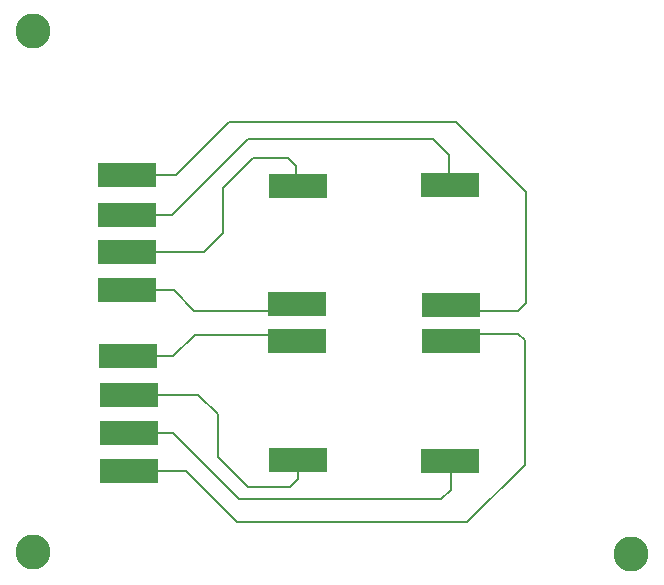
<source format=gtl>
G04 EAGLE Gerber RS-274X export*
G75*
%MOMM*%
%FSLAX34Y34*%
%LPD*%
%INTop Copper*%
%IPPOS*%
%AMOC8*
5,1,8,0,0,1.08239X$1,22.5*%
G01*
%ADD10C,2.959681*%
%ADD11R,5.000000X2.000000*%
%ADD12C,0.152400*%


D10*
X138176Y614832D03*
X643927Y172439D03*
X138106Y173811D03*
D11*
X362432Y251715D03*
X218425Y339421D03*
X491082Y251235D03*
X491516Y352477D03*
X217175Y395493D03*
X361901Y483915D03*
X217779Y492569D03*
X217558Y459274D03*
X361792Y352283D03*
X218753Y274682D03*
X219081Y242077D03*
X361497Y383332D03*
X217509Y427623D03*
X491402Y383051D03*
X490961Y484118D03*
X219044Y307011D03*
D12*
X355683Y228618D02*
X362480Y235416D01*
X355683Y228618D02*
X319936Y228618D01*
X294183Y254371D02*
X294183Y290515D01*
X294183Y254371D02*
X319936Y228618D01*
X294183Y290515D02*
X277687Y307011D01*
X219044Y307011D01*
X362480Y251666D02*
X362480Y235416D01*
X362480Y251666D02*
X362432Y251715D01*
X256389Y339421D02*
X218425Y339421D01*
X256389Y339421D02*
X274624Y357656D01*
X356419Y357656D01*
X361792Y352283D01*
X356136Y377971D02*
X361497Y383332D01*
X256986Y395493D02*
X217175Y395493D01*
X274508Y377971D02*
X356136Y377971D01*
X274508Y377971D02*
X256986Y395493D01*
X360679Y485136D02*
X361901Y483915D01*
X360679Y485136D02*
X360679Y500811D01*
X298411Y481591D02*
X298411Y443529D01*
X298411Y481591D02*
X324167Y507347D01*
X354144Y507347D02*
X360679Y500811D01*
X298411Y443529D02*
X282400Y427517D01*
X324167Y507347D02*
X354144Y507347D01*
X282294Y427623D02*
X282400Y427517D01*
X282294Y427623D02*
X217509Y427623D01*
X218753Y274682D02*
X256091Y274682D01*
X312481Y218292D01*
X483291Y218292D01*
X491415Y226416D01*
X491415Y250902D01*
X491082Y251235D01*
X267190Y242077D02*
X219081Y242077D01*
X267190Y242077D02*
X310267Y199000D01*
X505577Y199000D01*
X554017Y247440D01*
X554017Y353168D01*
X548621Y358564D01*
X497603Y358564D01*
X491516Y352477D01*
X258643Y492569D02*
X217779Y492569D01*
X258643Y492569D02*
X303793Y537718D01*
X496353Y537718D01*
X555556Y478516D01*
X555556Y384704D01*
X548253Y377401D01*
X509816Y377401D01*
X504166Y383051D02*
X491402Y383051D01*
X504166Y383051D02*
X509816Y377401D01*
X490961Y484118D02*
X490140Y484938D01*
X490140Y509816D01*
X476289Y523667D01*
X319925Y523667D01*
X255532Y459274D02*
X217558Y459274D01*
X255532Y459274D02*
X319925Y523667D01*
M02*

</source>
